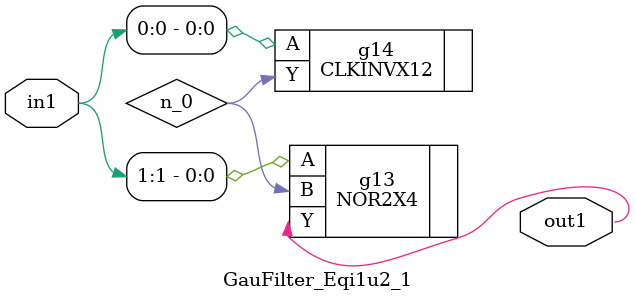
<source format=v>
`timescale 1ps / 1ps


module GauFilter_Eqi1u2_1(in1, out1);
  input [1:0] in1;
  output out1;
  wire [1:0] in1;
  wire out1;
  wire n_0;
  NOR2X4 g13(.A (in1[1]), .B (n_0), .Y (out1));
  CLKINVX12 g14(.A (in1[0]), .Y (n_0));
endmodule


</source>
